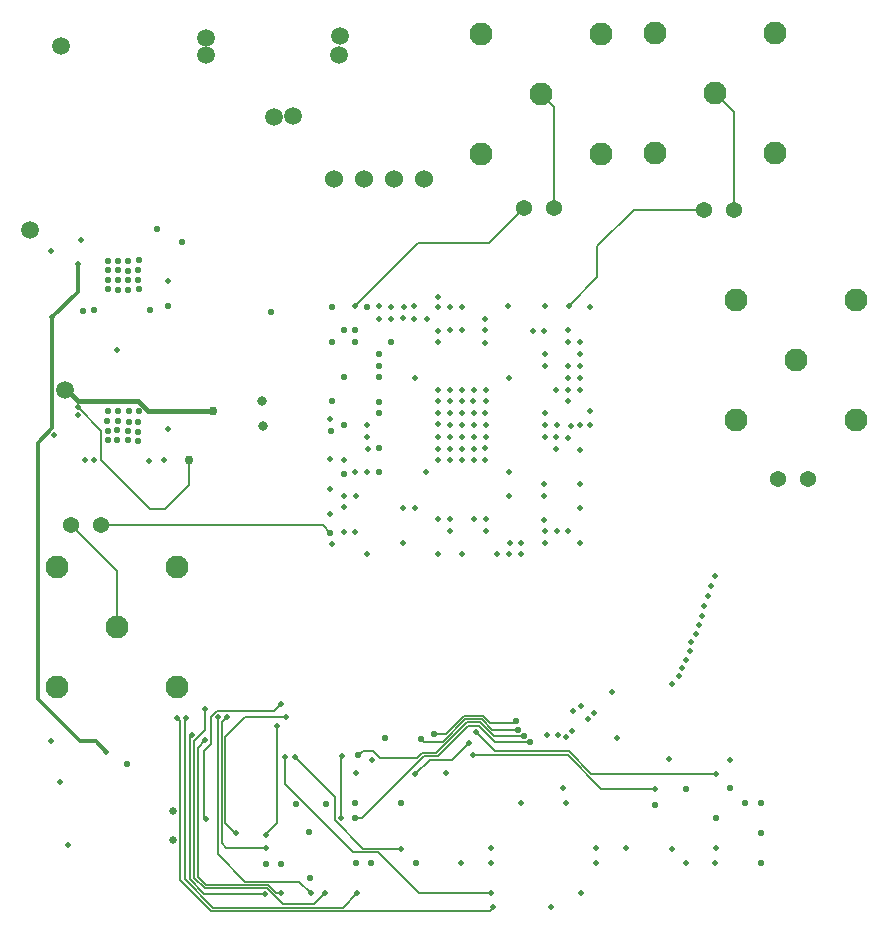
<source format=gbr>
G04 EAGLE Gerber RS-274X export*
G75*
%MOMM*%
%FSLAX34Y34*%
%LPD*%
%INCopper Layer 15*%
%IPPOS*%
%AMOC8*
5,1,8,0,0,1.08239X$1,22.5*%
G01*
%ADD10C,1.943100*%
%ADD11C,1.371600*%
%ADD12C,1.524000*%
%ADD13C,0.553200*%
%ADD14C,1.500000*%
%ADD15C,0.825000*%
%ADD16C,0.503200*%
%ADD17C,0.750000*%
%ADD18C,0.406400*%
%ADD19C,0.127000*%
%ADD20C,0.152400*%
%ADD21C,0.675000*%
%ADD22C,0.203200*%
%ADD23C,0.304800*%


D10*
X585000Y732200D03*
X635800Y783000D03*
X534200Y783000D03*
X534200Y681400D03*
X635800Y681400D03*
X732200Y732900D03*
X783000Y783700D03*
X681400Y783700D03*
X681400Y682100D03*
X783000Y682100D03*
X800500Y506800D03*
X851300Y557600D03*
X749700Y557600D03*
X749700Y456000D03*
X851300Y456000D03*
X225800Y281500D03*
X276600Y332300D03*
X175000Y332300D03*
X175000Y230700D03*
X276600Y230700D03*
D11*
X212500Y367300D03*
X187100Y367300D03*
X785400Y406300D03*
X810800Y406300D03*
X722700Y634200D03*
X748100Y634200D03*
X570300Y635900D03*
X595700Y635900D03*
D12*
X485500Y660800D03*
X460100Y660800D03*
X434700Y660800D03*
X409300Y660800D03*
D13*
X217900Y463800D03*
X244000Y463800D03*
X217600Y455700D03*
X217700Y447200D03*
X218100Y439200D03*
X243800Y438600D03*
X243500Y446600D03*
X243700Y454700D03*
X235600Y454900D03*
X226400Y455300D03*
X225800Y447500D03*
X235200Y447000D03*
X226000Y439500D03*
X234700Y439400D03*
X226700Y463800D03*
X235500Y463700D03*
X218200Y591200D03*
X244400Y591500D03*
X218400Y567100D03*
X244000Y567000D03*
X226400Y591200D03*
X234900Y591100D03*
X218200Y583800D03*
X218200Y575300D03*
X243900Y575200D03*
X243700Y583000D03*
X234800Y582800D03*
X226500Y583300D03*
X226300Y575200D03*
X234800Y575100D03*
X234900Y566700D03*
X226700Y566700D03*
D14*
X301100Y780100D03*
X300700Y765400D03*
X414200Y781400D03*
X414100Y765800D03*
X358700Y713200D03*
X374900Y713600D03*
X152100Y617200D03*
D15*
X349700Y451200D03*
D13*
X407400Y552400D03*
X437800Y552200D03*
X427600Y532300D03*
X417900Y532300D03*
X407500Y522500D03*
X427600Y522200D03*
X447800Y512600D03*
X458000Y522300D03*
X447600Y502200D03*
X447600Y492400D03*
X407400Y472300D03*
X447500Y472000D03*
X447200Y462100D03*
X447500Y432300D03*
X417700Y452100D03*
X418300Y410900D03*
X447900Y412000D03*
D16*
X405700Y377100D03*
X417900Y361900D03*
X427200Y361800D03*
X407700Y351100D03*
X468000Y351900D03*
X497500Y560300D03*
X497400Y522400D03*
X517900Y552300D03*
X537500Y542200D03*
X557200Y552700D03*
X537400Y532600D03*
X537500Y521300D03*
X578100Y532100D03*
X587400Y532000D03*
X588200Y553100D03*
X607500Y532200D03*
X626300Y552300D03*
X607500Y522500D03*
X618100Y522300D03*
X617500Y491800D03*
X587900Y512400D03*
X587800Y502200D03*
X626300Y463800D03*
X609800Y451600D03*
X587900Y462000D03*
X607800Y441200D03*
X597600Y441700D03*
X617800Y431100D03*
X597600Y432200D03*
X587600Y402100D03*
X587500Y392000D03*
X618000Y402200D03*
X617700Y382300D03*
X597900Y362700D03*
X617600Y351900D03*
X607700Y362100D03*
X557700Y343000D03*
X538100Y372300D03*
X517800Y342900D03*
X527600Y372400D03*
X497300Y372300D03*
X507800Y372800D03*
X507500Y362300D03*
X497700Y343000D03*
X557900Y392100D03*
X477700Y492100D03*
X557900Y492300D03*
X557700Y412300D03*
X487700Y412300D03*
X497600Y472400D03*
X508000Y472200D03*
X518000Y472100D03*
X527400Y472200D03*
X537800Y472200D03*
X537600Y462200D03*
X537900Y452300D03*
X537800Y442400D03*
X537500Y432400D03*
X537400Y422600D03*
X527800Y431800D03*
X527600Y422200D03*
X517600Y422500D03*
X507900Y422300D03*
X537800Y481700D03*
X527800Y481700D03*
X527900Y462400D03*
X527900Y452100D03*
X527700Y441900D03*
X517900Y432100D03*
X508100Y432200D03*
X517900Y442100D03*
X517700Y452300D03*
X517700Y462100D03*
X518000Y481800D03*
X508000Y481900D03*
X507600Y462200D03*
X508100Y451900D03*
X507900Y441800D03*
X497600Y431600D03*
X497500Y422500D03*
X497700Y442000D03*
X497500Y452600D03*
X497500Y462100D03*
X497500Y481900D03*
D13*
X417600Y492500D03*
D16*
X478200Y381900D03*
X467800Y381900D03*
X437700Y343300D03*
D15*
X348100Y472400D03*
D13*
X234300Y165300D03*
D16*
X183900Y96800D03*
X177100Y149600D03*
D13*
X259500Y618200D03*
X280700Y607300D03*
D14*
X178400Y772900D03*
D13*
X707600Y144200D03*
X745100Y144400D03*
X681100Y130600D03*
X733200Y119400D03*
X757100Y132100D03*
X771000Y132300D03*
D14*
X181600Y481400D03*
D17*
X306700Y464000D03*
D18*
X252382Y464000D01*
X243694Y472688D01*
X192412Y472688D01*
X183700Y481400D01*
X181600Y481400D01*
D16*
X608100Y553200D03*
D19*
X632400Y577500D02*
X632400Y603400D01*
X632400Y577500D02*
X608100Y553200D01*
X663200Y634200D02*
X722700Y634200D01*
X663200Y634200D02*
X632400Y603400D01*
D16*
X169800Y184300D03*
X269200Y448400D03*
X538300Y362300D03*
X441700Y168600D03*
X587600Y371900D03*
X504100Y157600D03*
X588000Y362500D03*
X693300Y169300D03*
X588000Y352000D03*
X745100Y168300D03*
X568100Y352200D03*
X427800Y157300D03*
X558300Y352500D03*
X523400Y182648D03*
D20*
X509652Y168900D01*
X490400Y168900D02*
X478400Y156900D01*
X478000Y156900D01*
X477900Y157000D01*
D16*
X477900Y157000D03*
D20*
X490400Y168900D02*
X509652Y168900D01*
D16*
X567800Y343200D03*
X527200Y172800D03*
D20*
X607200Y172800D01*
D16*
X681300Y144300D03*
D20*
X635700Y144300D02*
X607200Y172800D01*
X635700Y144300D02*
X681300Y144300D01*
D16*
X547800Y343100D03*
X529616Y192484D03*
D20*
X546200Y175900D01*
X627100Y157000D02*
X732600Y157000D01*
X608200Y175900D02*
X546200Y175900D01*
X608200Y175900D02*
X627100Y157000D01*
D16*
X732600Y157000D03*
X497600Y532100D03*
X701400Y239300D03*
D13*
X575102Y183900D03*
D20*
X545800Y183900D01*
X532200Y197500D01*
X523000Y197500D01*
X497400Y171900D01*
X485500Y171900D01*
D13*
X427300Y119200D03*
X351650Y80150D03*
D20*
X432800Y119200D02*
X485500Y171900D01*
X432800Y119200D02*
X427300Y119200D01*
D16*
X468400Y552400D03*
X723050Y299250D03*
D13*
X388507Y107393D03*
D16*
X497500Y552300D03*
X710700Y260500D03*
D13*
X563330Y201170D03*
D20*
X562160Y200000D01*
X541554Y200000D01*
X535672Y205882D01*
X519528Y205882D01*
X504046Y190400D02*
X494400Y190400D01*
D13*
X494400Y190400D03*
X427700Y80900D03*
D20*
X504046Y190400D02*
X519528Y205882D01*
D16*
X587700Y452400D03*
X589700Y190000D03*
X542600Y93700D03*
X607400Y491900D03*
X649066Y187034D03*
X631100Y94000D03*
X608000Y472500D03*
X624800Y203100D03*
X656300Y93700D03*
X587800Y442000D03*
X695500Y93500D03*
X617800Y512600D03*
X733300Y93800D03*
X487800Y542300D03*
X704400Y246400D03*
D13*
X570300Y189100D03*
D20*
X544551Y189100D01*
X533357Y200294D01*
X521843Y200294D01*
X496243Y174694D02*
X484343Y174694D01*
X479824Y170176D01*
X496243Y174694D02*
X521843Y200294D01*
X479824Y170176D02*
X448424Y170176D01*
X442700Y175900D01*
X434000Y175900D01*
X430500Y172400D01*
X429400Y172400D01*
D13*
X429400Y172400D03*
X377300Y131300D03*
D16*
X477600Y552700D03*
X718200Y282900D03*
D13*
X427300Y132400D03*
D16*
X447600Y542100D03*
X728800Y315700D03*
D13*
X452408Y186900D03*
D16*
X617700Y482100D03*
X606100Y188400D03*
X567700Y132100D03*
X607600Y482100D03*
X610800Y193200D03*
X605650Y132150D03*
X457800Y542200D03*
X721250Y290250D03*
D13*
X364450Y80750D03*
D16*
X457600Y552100D03*
X726250Y307650D03*
D13*
X389400Y68600D03*
D16*
X467800Y542400D03*
X715800Y275200D03*
D13*
X440700Y81500D03*
D16*
X477600Y542300D03*
X711900Y268600D03*
D13*
X479050Y81250D03*
D16*
X507900Y532200D03*
X695402Y233150D03*
X517100Y81200D03*
X607900Y502400D03*
X644900Y226000D03*
X542300Y81300D03*
X626300Y452200D03*
X618524Y214576D03*
X631300Y80900D03*
X617700Y502200D03*
X707500Y81200D03*
X597500Y482200D03*
X629264Y208400D03*
X732400Y80900D03*
X418000Y392200D03*
X368949Y204749D03*
D20*
X333949Y204749D01*
X317200Y188000D01*
X317200Y115200D01*
X325800Y106600D02*
X326500Y106600D01*
D16*
X326500Y106600D03*
D20*
X325800Y106600D02*
X317200Y115200D01*
D16*
X418000Y422400D03*
X318600Y204800D03*
D20*
X314300Y200500D01*
X314300Y97900D01*
X318100Y94100D01*
X351600Y94100D01*
D16*
X351600Y94100D03*
X427400Y412200D03*
X376047Y171347D03*
D20*
X410000Y137395D01*
X434200Y93400D02*
X466100Y93400D01*
D16*
X466100Y93400D03*
D20*
X410000Y117600D02*
X410000Y137395D01*
X410000Y117600D02*
X434200Y93400D01*
D16*
X428200Y392000D03*
X364724Y216324D03*
D20*
X358400Y210000D01*
X310000Y210000D02*
X305200Y205200D01*
X305200Y182100D02*
X299600Y176500D01*
X299600Y120400D01*
X301000Y119000D02*
X301000Y118600D01*
D16*
X301000Y118600D03*
D20*
X310000Y210000D02*
X358400Y210000D01*
X305200Y205200D02*
X305200Y182100D01*
X299600Y120400D02*
X301000Y119000D01*
D16*
X437200Y412100D03*
X361300Y197700D03*
D20*
X361300Y115100D01*
X351800Y105600D02*
X351800Y105000D01*
D16*
X351800Y105000D03*
D20*
X351800Y105600D02*
X361300Y115100D01*
D16*
X418100Y382500D03*
X416600Y171800D03*
D20*
X415300Y170500D01*
X415300Y119100D01*
D16*
X415300Y119100D03*
X438000Y432100D03*
X300500Y185200D03*
D20*
X294094Y178794D01*
X294094Y69857D02*
X301157Y62794D01*
X353957Y62794D01*
X360451Y56300D01*
D16*
X364700Y56300D03*
D20*
X294094Y69857D02*
X294094Y178794D01*
X360451Y56300D02*
X364700Y56300D01*
D16*
X437300Y452100D03*
X300500Y212100D03*
D20*
X300500Y193700D01*
X291300Y184500D01*
X291300Y68700D01*
X300000Y60000D01*
X352800Y60000D02*
X366300Y46500D01*
X392700Y46500D01*
X401900Y55700D01*
D16*
X401900Y55700D03*
D20*
X352800Y60000D02*
X300000Y60000D01*
D16*
X406400Y457000D03*
X276800Y204100D03*
D20*
X279100Y201800D01*
X279100Y66700D01*
X305000Y40800D01*
X541300Y40800D02*
X544400Y43900D01*
D16*
X544400Y43900D03*
D20*
X541300Y40800D02*
X305000Y40800D01*
D16*
X406500Y423700D03*
X288900Y189500D03*
D20*
X287200Y187800D01*
X287200Y67700D01*
X299700Y55200D02*
X350900Y55200D01*
X299700Y55200D02*
X287200Y67700D01*
D16*
X350900Y55200D03*
X437700Y442000D03*
X311416Y204984D03*
D20*
X311416Y88584D01*
X334412Y65588D01*
X379912Y65588D02*
X389900Y55600D01*
D16*
X389900Y55600D03*
D20*
X379912Y65588D02*
X334412Y65588D01*
D16*
X284500Y204300D03*
D20*
X283200Y203000D01*
X283200Y67600D01*
X416794Y43594D02*
X428700Y55500D01*
D16*
X428700Y55500D03*
D20*
X307206Y43594D02*
X283200Y67600D01*
X307206Y43594D02*
X416794Y43594D01*
D13*
X406598Y447113D03*
D16*
X517800Y532500D03*
X593100Y44300D03*
X617900Y451900D03*
X612200Y209600D03*
X618600Y55500D03*
X447800Y552500D03*
X732100Y324200D03*
D13*
X402600Y131500D03*
D16*
X507600Y552400D03*
X707400Y253400D03*
D13*
X565540Y193960D03*
D20*
X543643Y193960D01*
X534515Y203088D01*
X501485Y183888D02*
X485612Y183888D01*
X483449Y186051D01*
X520685Y203088D02*
X534515Y203088D01*
X520685Y203088D02*
X501485Y183888D01*
D13*
X483449Y186051D03*
X466100Y131700D03*
D16*
X598100Y452300D03*
X599250Y189650D03*
X603400Y144900D03*
D21*
X273200Y125600D03*
X273000Y100400D03*
D13*
X770600Y106600D03*
X770800Y81000D03*
D16*
X192900Y467100D03*
D22*
X253937Y381018D02*
X266772Y381018D01*
X212548Y422407D02*
X212548Y447452D01*
X212548Y422407D02*
X253937Y381018D01*
D13*
X356400Y548100D03*
D22*
X212548Y447452D02*
X192900Y467100D01*
D17*
X286800Y422600D03*
D22*
X286800Y401046D02*
X266772Y381018D01*
X286800Y401046D02*
X286800Y422600D01*
D16*
X192400Y460500D03*
X172800Y443700D03*
X269000Y573800D03*
X198700Y422200D03*
X206200Y422200D03*
X252500Y422000D03*
X265600Y422200D03*
D13*
X206300Y549400D03*
X253300Y549800D03*
X269000Y552800D03*
X196900Y549000D03*
D16*
X192600Y588100D03*
X170700Y543200D03*
D23*
X192600Y565100D02*
X192600Y588100D01*
X192600Y565100D02*
X170700Y543200D01*
X170700Y449356D01*
X158640Y437296D01*
X158640Y220360D02*
X194600Y184400D01*
X158640Y220360D02*
X158640Y437296D01*
D16*
X216600Y175700D03*
D23*
X207900Y184400D01*
X194600Y184400D01*
D16*
X427400Y552500D03*
D19*
X540300Y605900D02*
X570300Y635900D01*
X540300Y605900D02*
X480800Y605900D01*
X427400Y552500D01*
D13*
X406400Y360700D03*
D19*
X399800Y367300D02*
X212500Y367300D01*
X399800Y367300D02*
X406400Y360700D01*
X225900Y328500D02*
X225900Y281600D01*
X225800Y281500D01*
X225900Y328500D02*
X187100Y367300D01*
X732200Y732900D02*
X748100Y717000D01*
X748100Y634200D01*
X595894Y721306D02*
X585000Y732200D01*
X595894Y721306D02*
X595700Y635900D01*
D16*
X406500Y398000D03*
X367722Y171222D03*
D20*
X367722Y148327D02*
X425443Y90606D01*
X367722Y148327D02*
X367722Y171222D01*
X481700Y55900D02*
X542300Y55900D01*
D16*
X542300Y55900D03*
D20*
X446994Y90606D02*
X425443Y90606D01*
X446994Y90606D02*
X481700Y55900D01*
D16*
X195000Y608600D03*
X169900Y599500D03*
X225400Y515800D03*
M02*

</source>
